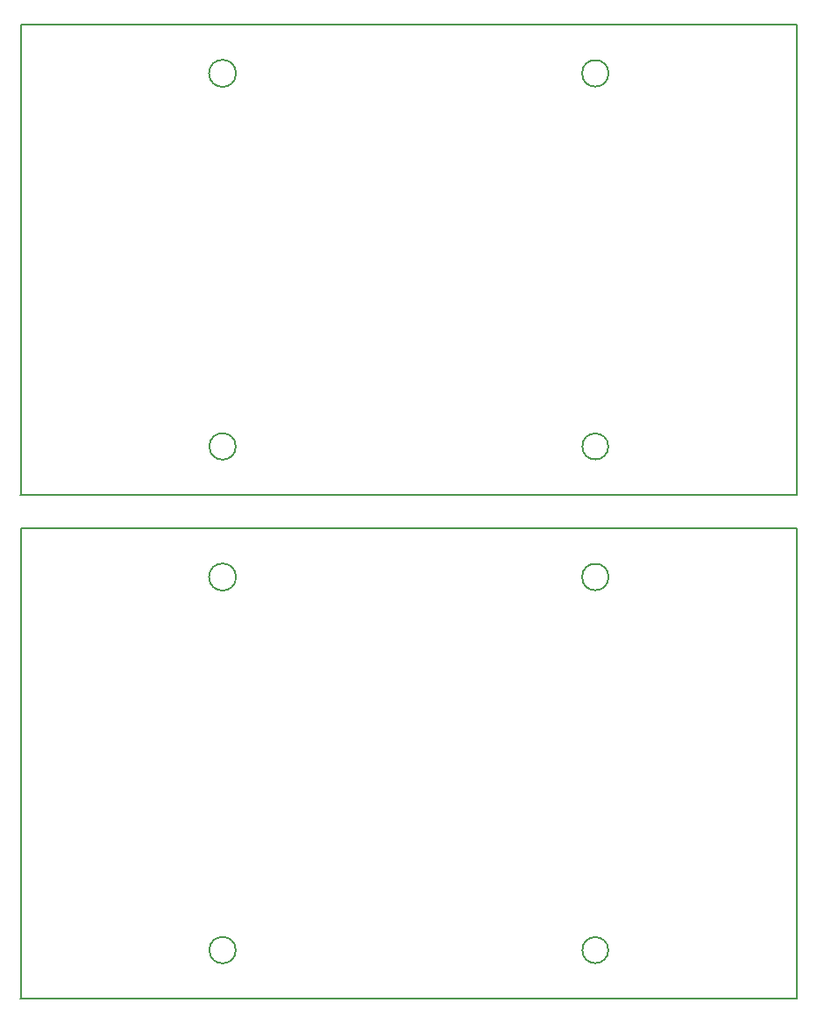
<source format=gbr>
%TF.GenerationSoftware,KiCad,Pcbnew,4.0.7*%
%TF.CreationDate,2017-11-23T13:25:41+01:00*%
%TF.ProjectId,dispenser,64697370656E7365722E6B696361645F,A*%
%TF.FileFunction,Profile,NP*%
%FSLAX46Y46*%
G04 Gerber Fmt 4.6, Leading zero omitted, Abs format (unit mm)*
G04 Created by KiCad (PCBNEW 4.0.7) date 11/23/17 13:25:41*
%MOMM*%
%LPD*%
G01*
G04 APERTURE LIST*
%ADD10C,0.100000*%
%ADD11C,0.150000*%
G04 APERTURE END LIST*
D10*
D11*
X21603840Y90300000D02*
G75*
G03X21603840Y90300000I-1303840J0D01*
G01*
X57552996Y54300000D02*
G75*
G03X57552996Y54300000I-1252996J0D01*
G01*
X57580625Y90300000D02*
G75*
G03X57580625Y90300000I-1280625J0D01*
G01*
X21572792Y54300000D02*
G75*
G03X21572792Y54300000I-1272792J0D01*
G01*
X75800000Y49600000D02*
X761200Y49602800D01*
X75800000Y95000000D02*
X75800000Y49600000D01*
X800000Y95000000D02*
X75800000Y95000000D01*
X800000Y49600000D02*
X800000Y95000000D01*
X75800000Y46400000D02*
X75800000Y1000000D01*
X800000Y46400000D02*
X75800000Y46400000D01*
X800000Y1000000D02*
X800000Y46400000D01*
X75800000Y1000000D02*
X761200Y1002800D01*
X21572792Y5700000D02*
G75*
G03X21572792Y5700000I-1272792J0D01*
G01*
X57552996Y5700000D02*
G75*
G03X57552996Y5700000I-1252996J0D01*
G01*
X57580625Y41700000D02*
G75*
G03X57580625Y41700000I-1280625J0D01*
G01*
X21603840Y41700000D02*
G75*
G03X21603840Y41700000I-1303840J0D01*
G01*
M02*

</source>
